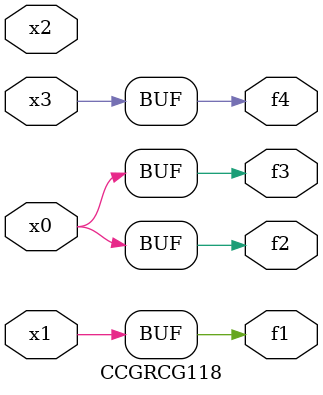
<source format=v>
module CCGRCG118(
	input x0, x1, x2, x3,
	output f1, f2, f3, f4
);
	assign f1 = x1;
	assign f2 = x0;
	assign f3 = x0;
	assign f4 = x3;
endmodule

</source>
